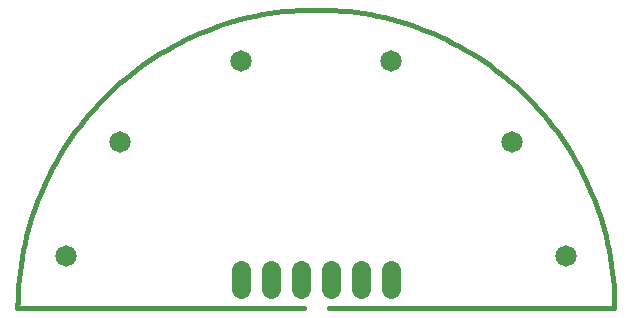
<source format=gbl>
G75*
%MOIN*%
%OFA0B0*%
%FSLAX25Y25*%
%IPPOS*%
%LPD*%
%AMOC8*
5,1,8,0,0,1.08239X$1,22.5*
%
%ADD10C,0.01600*%
%ADD11C,0.07124*%
%ADD12C,0.06400*%
D10*
X0001800Y0035590D02*
X0097300Y0035590D01*
X0001800Y0035590D02*
X0001830Y0038013D01*
X0001918Y0040434D01*
X0002065Y0042853D01*
X0002272Y0045267D01*
X0002537Y0047676D01*
X0002860Y0050077D01*
X0003242Y0052470D01*
X0003682Y0054853D01*
X0004180Y0057224D01*
X0004736Y0059583D01*
X0005349Y0061927D01*
X0006019Y0064256D01*
X0006745Y0066568D01*
X0007527Y0068861D01*
X0008365Y0071134D01*
X0009258Y0073387D01*
X0010206Y0075617D01*
X0011208Y0077823D01*
X0012263Y0080005D01*
X0013371Y0082160D01*
X0014531Y0084287D01*
X0015743Y0086386D01*
X0017005Y0088454D01*
X0018317Y0090491D01*
X0019679Y0092495D01*
X0021089Y0094466D01*
X0022546Y0096402D01*
X0024050Y0098301D01*
X0025600Y0100164D01*
X0027195Y0101988D01*
X0028834Y0103773D01*
X0030516Y0105517D01*
X0032240Y0107220D01*
X0034004Y0108881D01*
X0035809Y0110498D01*
X0037653Y0112070D01*
X0039534Y0113598D01*
X0041452Y0115079D01*
X0043405Y0116512D01*
X0045393Y0117898D01*
X0047414Y0119235D01*
X0049466Y0120523D01*
X0051550Y0121760D01*
X0053663Y0122945D01*
X0055804Y0124080D01*
X0057973Y0125161D01*
X0060167Y0126190D01*
X0062385Y0127164D01*
X0064627Y0128085D01*
X0066890Y0128951D01*
X0069173Y0129761D01*
X0071476Y0130515D01*
X0073796Y0131213D01*
X0076133Y0131855D01*
X0078485Y0132439D01*
X0080850Y0132966D01*
X0083227Y0133435D01*
X0085615Y0133846D01*
X0088012Y0134199D01*
X0090418Y0134493D01*
X0092829Y0134729D01*
X0095246Y0134906D01*
X0097666Y0135024D01*
X0100088Y0135083D01*
X0102512Y0135083D01*
X0104934Y0135024D01*
X0107354Y0134906D01*
X0109771Y0134729D01*
X0112182Y0134493D01*
X0114588Y0134199D01*
X0116985Y0133846D01*
X0119373Y0133435D01*
X0121750Y0132966D01*
X0124115Y0132439D01*
X0126467Y0131855D01*
X0128804Y0131213D01*
X0131124Y0130515D01*
X0133427Y0129761D01*
X0135710Y0128951D01*
X0137973Y0128085D01*
X0140215Y0127164D01*
X0142433Y0126190D01*
X0144627Y0125161D01*
X0146796Y0124080D01*
X0148937Y0122945D01*
X0151050Y0121760D01*
X0153134Y0120523D01*
X0155186Y0119235D01*
X0157207Y0117898D01*
X0159195Y0116512D01*
X0161148Y0115079D01*
X0163066Y0113598D01*
X0164947Y0112070D01*
X0166791Y0110498D01*
X0168596Y0108881D01*
X0170360Y0107220D01*
X0172084Y0105517D01*
X0173766Y0103773D01*
X0175405Y0101988D01*
X0177000Y0100164D01*
X0178550Y0098301D01*
X0180054Y0096402D01*
X0181511Y0094466D01*
X0182921Y0092495D01*
X0184283Y0090491D01*
X0185595Y0088454D01*
X0186857Y0086386D01*
X0188069Y0084287D01*
X0189229Y0082160D01*
X0190337Y0080005D01*
X0191392Y0077823D01*
X0192394Y0075617D01*
X0193342Y0073387D01*
X0194235Y0071134D01*
X0195073Y0068861D01*
X0195855Y0066568D01*
X0196581Y0064256D01*
X0197251Y0061927D01*
X0197864Y0059583D01*
X0198420Y0057224D01*
X0198918Y0054853D01*
X0199358Y0052470D01*
X0199740Y0050077D01*
X0200063Y0047676D01*
X0200328Y0045267D01*
X0200535Y0042853D01*
X0200682Y0040434D01*
X0200770Y0038013D01*
X0200800Y0035590D01*
X0105550Y0035590D01*
X0001800Y0035840D02*
X0001800Y0036840D01*
D11*
X0017917Y0053073D03*
X0035889Y0091013D03*
X0076333Y0117977D03*
X0126267Y0117977D03*
X0166711Y0091013D03*
X0184683Y0053073D03*
D12*
X0126200Y0048200D02*
X0126200Y0041800D01*
X0116200Y0041800D02*
X0116200Y0048200D01*
X0106200Y0048200D02*
X0106200Y0041800D01*
X0096200Y0041800D02*
X0096200Y0048200D01*
X0086200Y0048200D02*
X0086200Y0041800D01*
X0076200Y0041800D02*
X0076200Y0048200D01*
M02*

</source>
